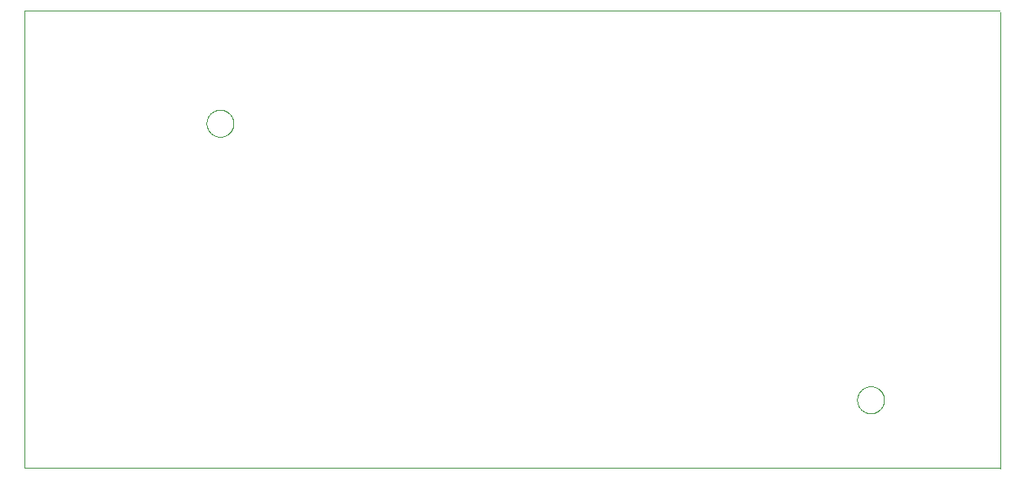
<source format=gko>
G75*
%MOIN*%
%OFA0B0*%
%FSLAX25Y25*%
%IPPOS*%
%LPD*%
%AMOC8*
5,1,8,0,0,1.08239X$1,22.5*
%
%ADD10C,0.00000*%
D10*
X0001800Y0001200D02*
X0001800Y0188161D01*
X0400501Y0188161D01*
X0400661Y0187701D02*
X0400739Y0001000D01*
X0400501Y0001200D02*
X0001800Y0001200D01*
X0076288Y0142200D02*
X0076290Y0142348D01*
X0076296Y0142496D01*
X0076306Y0142644D01*
X0076320Y0142791D01*
X0076338Y0142938D01*
X0076359Y0143084D01*
X0076385Y0143230D01*
X0076415Y0143375D01*
X0076448Y0143519D01*
X0076486Y0143662D01*
X0076527Y0143804D01*
X0076572Y0143945D01*
X0076620Y0144085D01*
X0076673Y0144224D01*
X0076729Y0144361D01*
X0076789Y0144496D01*
X0076852Y0144630D01*
X0076919Y0144762D01*
X0076990Y0144892D01*
X0077064Y0145020D01*
X0077141Y0145146D01*
X0077222Y0145270D01*
X0077306Y0145392D01*
X0077393Y0145511D01*
X0077484Y0145628D01*
X0077578Y0145743D01*
X0077674Y0145855D01*
X0077774Y0145965D01*
X0077876Y0146071D01*
X0077982Y0146175D01*
X0078090Y0146276D01*
X0078201Y0146374D01*
X0078314Y0146470D01*
X0078430Y0146562D01*
X0078548Y0146651D01*
X0078669Y0146736D01*
X0078792Y0146819D01*
X0078917Y0146898D01*
X0079044Y0146974D01*
X0079173Y0147046D01*
X0079304Y0147115D01*
X0079437Y0147180D01*
X0079572Y0147241D01*
X0079708Y0147299D01*
X0079845Y0147354D01*
X0079984Y0147404D01*
X0080125Y0147451D01*
X0080266Y0147494D01*
X0080409Y0147534D01*
X0080553Y0147569D01*
X0080697Y0147601D01*
X0080843Y0147628D01*
X0080989Y0147652D01*
X0081136Y0147672D01*
X0081283Y0147688D01*
X0081430Y0147700D01*
X0081578Y0147708D01*
X0081726Y0147712D01*
X0081874Y0147712D01*
X0082022Y0147708D01*
X0082170Y0147700D01*
X0082317Y0147688D01*
X0082464Y0147672D01*
X0082611Y0147652D01*
X0082757Y0147628D01*
X0082903Y0147601D01*
X0083047Y0147569D01*
X0083191Y0147534D01*
X0083334Y0147494D01*
X0083475Y0147451D01*
X0083616Y0147404D01*
X0083755Y0147354D01*
X0083892Y0147299D01*
X0084028Y0147241D01*
X0084163Y0147180D01*
X0084296Y0147115D01*
X0084427Y0147046D01*
X0084556Y0146974D01*
X0084683Y0146898D01*
X0084808Y0146819D01*
X0084931Y0146736D01*
X0085052Y0146651D01*
X0085170Y0146562D01*
X0085286Y0146470D01*
X0085399Y0146374D01*
X0085510Y0146276D01*
X0085618Y0146175D01*
X0085724Y0146071D01*
X0085826Y0145965D01*
X0085926Y0145855D01*
X0086022Y0145743D01*
X0086116Y0145628D01*
X0086207Y0145511D01*
X0086294Y0145392D01*
X0086378Y0145270D01*
X0086459Y0145146D01*
X0086536Y0145020D01*
X0086610Y0144892D01*
X0086681Y0144762D01*
X0086748Y0144630D01*
X0086811Y0144496D01*
X0086871Y0144361D01*
X0086927Y0144224D01*
X0086980Y0144085D01*
X0087028Y0143945D01*
X0087073Y0143804D01*
X0087114Y0143662D01*
X0087152Y0143519D01*
X0087185Y0143375D01*
X0087215Y0143230D01*
X0087241Y0143084D01*
X0087262Y0142938D01*
X0087280Y0142791D01*
X0087294Y0142644D01*
X0087304Y0142496D01*
X0087310Y0142348D01*
X0087312Y0142200D01*
X0087310Y0142052D01*
X0087304Y0141904D01*
X0087294Y0141756D01*
X0087280Y0141609D01*
X0087262Y0141462D01*
X0087241Y0141316D01*
X0087215Y0141170D01*
X0087185Y0141025D01*
X0087152Y0140881D01*
X0087114Y0140738D01*
X0087073Y0140596D01*
X0087028Y0140455D01*
X0086980Y0140315D01*
X0086927Y0140176D01*
X0086871Y0140039D01*
X0086811Y0139904D01*
X0086748Y0139770D01*
X0086681Y0139638D01*
X0086610Y0139508D01*
X0086536Y0139380D01*
X0086459Y0139254D01*
X0086378Y0139130D01*
X0086294Y0139008D01*
X0086207Y0138889D01*
X0086116Y0138772D01*
X0086022Y0138657D01*
X0085926Y0138545D01*
X0085826Y0138435D01*
X0085724Y0138329D01*
X0085618Y0138225D01*
X0085510Y0138124D01*
X0085399Y0138026D01*
X0085286Y0137930D01*
X0085170Y0137838D01*
X0085052Y0137749D01*
X0084931Y0137664D01*
X0084808Y0137581D01*
X0084683Y0137502D01*
X0084556Y0137426D01*
X0084427Y0137354D01*
X0084296Y0137285D01*
X0084163Y0137220D01*
X0084028Y0137159D01*
X0083892Y0137101D01*
X0083755Y0137046D01*
X0083616Y0136996D01*
X0083475Y0136949D01*
X0083334Y0136906D01*
X0083191Y0136866D01*
X0083047Y0136831D01*
X0082903Y0136799D01*
X0082757Y0136772D01*
X0082611Y0136748D01*
X0082464Y0136728D01*
X0082317Y0136712D01*
X0082170Y0136700D01*
X0082022Y0136692D01*
X0081874Y0136688D01*
X0081726Y0136688D01*
X0081578Y0136692D01*
X0081430Y0136700D01*
X0081283Y0136712D01*
X0081136Y0136728D01*
X0080989Y0136748D01*
X0080843Y0136772D01*
X0080697Y0136799D01*
X0080553Y0136831D01*
X0080409Y0136866D01*
X0080266Y0136906D01*
X0080125Y0136949D01*
X0079984Y0136996D01*
X0079845Y0137046D01*
X0079708Y0137101D01*
X0079572Y0137159D01*
X0079437Y0137220D01*
X0079304Y0137285D01*
X0079173Y0137354D01*
X0079044Y0137426D01*
X0078917Y0137502D01*
X0078792Y0137581D01*
X0078669Y0137664D01*
X0078548Y0137749D01*
X0078430Y0137838D01*
X0078314Y0137930D01*
X0078201Y0138026D01*
X0078090Y0138124D01*
X0077982Y0138225D01*
X0077876Y0138329D01*
X0077774Y0138435D01*
X0077674Y0138545D01*
X0077578Y0138657D01*
X0077484Y0138772D01*
X0077393Y0138889D01*
X0077306Y0139008D01*
X0077222Y0139130D01*
X0077141Y0139254D01*
X0077064Y0139380D01*
X0076990Y0139508D01*
X0076919Y0139638D01*
X0076852Y0139770D01*
X0076789Y0139904D01*
X0076729Y0140039D01*
X0076673Y0140176D01*
X0076620Y0140315D01*
X0076572Y0140455D01*
X0076527Y0140596D01*
X0076486Y0140738D01*
X0076448Y0140881D01*
X0076415Y0141025D01*
X0076385Y0141170D01*
X0076359Y0141316D01*
X0076338Y0141462D01*
X0076320Y0141609D01*
X0076306Y0141756D01*
X0076296Y0141904D01*
X0076290Y0142052D01*
X0076288Y0142200D01*
X0342288Y0029100D02*
X0342290Y0029248D01*
X0342296Y0029396D01*
X0342306Y0029544D01*
X0342320Y0029691D01*
X0342338Y0029838D01*
X0342359Y0029984D01*
X0342385Y0030130D01*
X0342415Y0030275D01*
X0342448Y0030419D01*
X0342486Y0030562D01*
X0342527Y0030704D01*
X0342572Y0030845D01*
X0342620Y0030985D01*
X0342673Y0031124D01*
X0342729Y0031261D01*
X0342789Y0031396D01*
X0342852Y0031530D01*
X0342919Y0031662D01*
X0342990Y0031792D01*
X0343064Y0031920D01*
X0343141Y0032046D01*
X0343222Y0032170D01*
X0343306Y0032292D01*
X0343393Y0032411D01*
X0343484Y0032528D01*
X0343578Y0032643D01*
X0343674Y0032755D01*
X0343774Y0032865D01*
X0343876Y0032971D01*
X0343982Y0033075D01*
X0344090Y0033176D01*
X0344201Y0033274D01*
X0344314Y0033370D01*
X0344430Y0033462D01*
X0344548Y0033551D01*
X0344669Y0033636D01*
X0344792Y0033719D01*
X0344917Y0033798D01*
X0345044Y0033874D01*
X0345173Y0033946D01*
X0345304Y0034015D01*
X0345437Y0034080D01*
X0345572Y0034141D01*
X0345708Y0034199D01*
X0345845Y0034254D01*
X0345984Y0034304D01*
X0346125Y0034351D01*
X0346266Y0034394D01*
X0346409Y0034434D01*
X0346553Y0034469D01*
X0346697Y0034501D01*
X0346843Y0034528D01*
X0346989Y0034552D01*
X0347136Y0034572D01*
X0347283Y0034588D01*
X0347430Y0034600D01*
X0347578Y0034608D01*
X0347726Y0034612D01*
X0347874Y0034612D01*
X0348022Y0034608D01*
X0348170Y0034600D01*
X0348317Y0034588D01*
X0348464Y0034572D01*
X0348611Y0034552D01*
X0348757Y0034528D01*
X0348903Y0034501D01*
X0349047Y0034469D01*
X0349191Y0034434D01*
X0349334Y0034394D01*
X0349475Y0034351D01*
X0349616Y0034304D01*
X0349755Y0034254D01*
X0349892Y0034199D01*
X0350028Y0034141D01*
X0350163Y0034080D01*
X0350296Y0034015D01*
X0350427Y0033946D01*
X0350556Y0033874D01*
X0350683Y0033798D01*
X0350808Y0033719D01*
X0350931Y0033636D01*
X0351052Y0033551D01*
X0351170Y0033462D01*
X0351286Y0033370D01*
X0351399Y0033274D01*
X0351510Y0033176D01*
X0351618Y0033075D01*
X0351724Y0032971D01*
X0351826Y0032865D01*
X0351926Y0032755D01*
X0352022Y0032643D01*
X0352116Y0032528D01*
X0352207Y0032411D01*
X0352294Y0032292D01*
X0352378Y0032170D01*
X0352459Y0032046D01*
X0352536Y0031920D01*
X0352610Y0031792D01*
X0352681Y0031662D01*
X0352748Y0031530D01*
X0352811Y0031396D01*
X0352871Y0031261D01*
X0352927Y0031124D01*
X0352980Y0030985D01*
X0353028Y0030845D01*
X0353073Y0030704D01*
X0353114Y0030562D01*
X0353152Y0030419D01*
X0353185Y0030275D01*
X0353215Y0030130D01*
X0353241Y0029984D01*
X0353262Y0029838D01*
X0353280Y0029691D01*
X0353294Y0029544D01*
X0353304Y0029396D01*
X0353310Y0029248D01*
X0353312Y0029100D01*
X0353310Y0028952D01*
X0353304Y0028804D01*
X0353294Y0028656D01*
X0353280Y0028509D01*
X0353262Y0028362D01*
X0353241Y0028216D01*
X0353215Y0028070D01*
X0353185Y0027925D01*
X0353152Y0027781D01*
X0353114Y0027638D01*
X0353073Y0027496D01*
X0353028Y0027355D01*
X0352980Y0027215D01*
X0352927Y0027076D01*
X0352871Y0026939D01*
X0352811Y0026804D01*
X0352748Y0026670D01*
X0352681Y0026538D01*
X0352610Y0026408D01*
X0352536Y0026280D01*
X0352459Y0026154D01*
X0352378Y0026030D01*
X0352294Y0025908D01*
X0352207Y0025789D01*
X0352116Y0025672D01*
X0352022Y0025557D01*
X0351926Y0025445D01*
X0351826Y0025335D01*
X0351724Y0025229D01*
X0351618Y0025125D01*
X0351510Y0025024D01*
X0351399Y0024926D01*
X0351286Y0024830D01*
X0351170Y0024738D01*
X0351052Y0024649D01*
X0350931Y0024564D01*
X0350808Y0024481D01*
X0350683Y0024402D01*
X0350556Y0024326D01*
X0350427Y0024254D01*
X0350296Y0024185D01*
X0350163Y0024120D01*
X0350028Y0024059D01*
X0349892Y0024001D01*
X0349755Y0023946D01*
X0349616Y0023896D01*
X0349475Y0023849D01*
X0349334Y0023806D01*
X0349191Y0023766D01*
X0349047Y0023731D01*
X0348903Y0023699D01*
X0348757Y0023672D01*
X0348611Y0023648D01*
X0348464Y0023628D01*
X0348317Y0023612D01*
X0348170Y0023600D01*
X0348022Y0023592D01*
X0347874Y0023588D01*
X0347726Y0023588D01*
X0347578Y0023592D01*
X0347430Y0023600D01*
X0347283Y0023612D01*
X0347136Y0023628D01*
X0346989Y0023648D01*
X0346843Y0023672D01*
X0346697Y0023699D01*
X0346553Y0023731D01*
X0346409Y0023766D01*
X0346266Y0023806D01*
X0346125Y0023849D01*
X0345984Y0023896D01*
X0345845Y0023946D01*
X0345708Y0024001D01*
X0345572Y0024059D01*
X0345437Y0024120D01*
X0345304Y0024185D01*
X0345173Y0024254D01*
X0345044Y0024326D01*
X0344917Y0024402D01*
X0344792Y0024481D01*
X0344669Y0024564D01*
X0344548Y0024649D01*
X0344430Y0024738D01*
X0344314Y0024830D01*
X0344201Y0024926D01*
X0344090Y0025024D01*
X0343982Y0025125D01*
X0343876Y0025229D01*
X0343774Y0025335D01*
X0343674Y0025445D01*
X0343578Y0025557D01*
X0343484Y0025672D01*
X0343393Y0025789D01*
X0343306Y0025908D01*
X0343222Y0026030D01*
X0343141Y0026154D01*
X0343064Y0026280D01*
X0342990Y0026408D01*
X0342919Y0026538D01*
X0342852Y0026670D01*
X0342789Y0026804D01*
X0342729Y0026939D01*
X0342673Y0027076D01*
X0342620Y0027215D01*
X0342572Y0027355D01*
X0342527Y0027496D01*
X0342486Y0027638D01*
X0342448Y0027781D01*
X0342415Y0027925D01*
X0342385Y0028070D01*
X0342359Y0028216D01*
X0342338Y0028362D01*
X0342320Y0028509D01*
X0342306Y0028656D01*
X0342296Y0028804D01*
X0342290Y0028952D01*
X0342288Y0029100D01*
M02*

</source>
